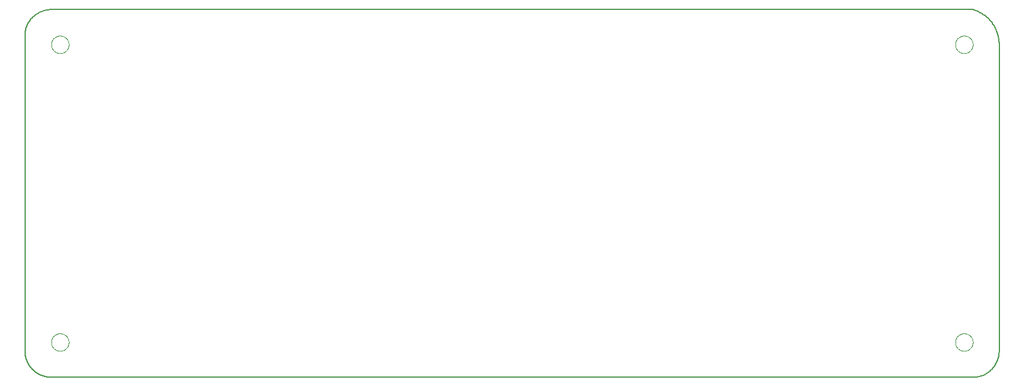
<source format=gbp>
G75*
%MOIN*%
%OFA0B0*%
%FSLAX25Y25*%
%IPPOS*%
%LPD*%
%AMOC8*
5,1,8,0,0,1.08239X$1,22.5*
%
%ADD10C,0.00000*%
%ADD11C,0.00600*%
D10*
X0019000Y0021300D02*
X0019002Y0021441D01*
X0019008Y0021582D01*
X0019018Y0021722D01*
X0019032Y0021862D01*
X0019050Y0022002D01*
X0019071Y0022141D01*
X0019097Y0022280D01*
X0019126Y0022418D01*
X0019160Y0022554D01*
X0019197Y0022690D01*
X0019238Y0022825D01*
X0019283Y0022959D01*
X0019332Y0023091D01*
X0019384Y0023222D01*
X0019440Y0023351D01*
X0019500Y0023478D01*
X0019563Y0023604D01*
X0019629Y0023728D01*
X0019700Y0023851D01*
X0019773Y0023971D01*
X0019850Y0024089D01*
X0019930Y0024205D01*
X0020014Y0024318D01*
X0020100Y0024429D01*
X0020190Y0024538D01*
X0020283Y0024644D01*
X0020378Y0024747D01*
X0020477Y0024848D01*
X0020578Y0024946D01*
X0020682Y0025041D01*
X0020789Y0025133D01*
X0020898Y0025222D01*
X0021010Y0025307D01*
X0021124Y0025390D01*
X0021240Y0025470D01*
X0021359Y0025546D01*
X0021480Y0025618D01*
X0021602Y0025688D01*
X0021727Y0025753D01*
X0021853Y0025816D01*
X0021981Y0025874D01*
X0022111Y0025929D01*
X0022242Y0025981D01*
X0022375Y0026028D01*
X0022509Y0026072D01*
X0022644Y0026113D01*
X0022780Y0026149D01*
X0022917Y0026181D01*
X0023055Y0026210D01*
X0023193Y0026235D01*
X0023333Y0026255D01*
X0023473Y0026272D01*
X0023613Y0026285D01*
X0023754Y0026294D01*
X0023894Y0026299D01*
X0024035Y0026300D01*
X0024176Y0026297D01*
X0024317Y0026290D01*
X0024457Y0026279D01*
X0024597Y0026264D01*
X0024737Y0026245D01*
X0024876Y0026223D01*
X0025014Y0026196D01*
X0025152Y0026166D01*
X0025288Y0026131D01*
X0025424Y0026093D01*
X0025558Y0026051D01*
X0025692Y0026005D01*
X0025824Y0025956D01*
X0025954Y0025902D01*
X0026083Y0025845D01*
X0026210Y0025785D01*
X0026336Y0025721D01*
X0026459Y0025653D01*
X0026581Y0025582D01*
X0026701Y0025508D01*
X0026818Y0025430D01*
X0026933Y0025349D01*
X0027046Y0025265D01*
X0027157Y0025178D01*
X0027265Y0025087D01*
X0027370Y0024994D01*
X0027473Y0024897D01*
X0027573Y0024798D01*
X0027670Y0024696D01*
X0027764Y0024591D01*
X0027855Y0024484D01*
X0027943Y0024374D01*
X0028028Y0024262D01*
X0028110Y0024147D01*
X0028189Y0024030D01*
X0028264Y0023911D01*
X0028336Y0023790D01*
X0028404Y0023667D01*
X0028469Y0023542D01*
X0028531Y0023415D01*
X0028588Y0023286D01*
X0028643Y0023156D01*
X0028693Y0023025D01*
X0028740Y0022892D01*
X0028783Y0022758D01*
X0028822Y0022622D01*
X0028857Y0022486D01*
X0028889Y0022349D01*
X0028916Y0022211D01*
X0028940Y0022072D01*
X0028960Y0021932D01*
X0028976Y0021792D01*
X0028988Y0021652D01*
X0028996Y0021511D01*
X0029000Y0021370D01*
X0029000Y0021230D01*
X0028996Y0021089D01*
X0028988Y0020948D01*
X0028976Y0020808D01*
X0028960Y0020668D01*
X0028940Y0020528D01*
X0028916Y0020389D01*
X0028889Y0020251D01*
X0028857Y0020114D01*
X0028822Y0019978D01*
X0028783Y0019842D01*
X0028740Y0019708D01*
X0028693Y0019575D01*
X0028643Y0019444D01*
X0028588Y0019314D01*
X0028531Y0019185D01*
X0028469Y0019058D01*
X0028404Y0018933D01*
X0028336Y0018810D01*
X0028264Y0018689D01*
X0028189Y0018570D01*
X0028110Y0018453D01*
X0028028Y0018338D01*
X0027943Y0018226D01*
X0027855Y0018116D01*
X0027764Y0018009D01*
X0027670Y0017904D01*
X0027573Y0017802D01*
X0027473Y0017703D01*
X0027370Y0017606D01*
X0027265Y0017513D01*
X0027157Y0017422D01*
X0027046Y0017335D01*
X0026933Y0017251D01*
X0026818Y0017170D01*
X0026701Y0017092D01*
X0026581Y0017018D01*
X0026459Y0016947D01*
X0026336Y0016879D01*
X0026210Y0016815D01*
X0026083Y0016755D01*
X0025954Y0016698D01*
X0025824Y0016644D01*
X0025692Y0016595D01*
X0025558Y0016549D01*
X0025424Y0016507D01*
X0025288Y0016469D01*
X0025152Y0016434D01*
X0025014Y0016404D01*
X0024876Y0016377D01*
X0024737Y0016355D01*
X0024597Y0016336D01*
X0024457Y0016321D01*
X0024317Y0016310D01*
X0024176Y0016303D01*
X0024035Y0016300D01*
X0023894Y0016301D01*
X0023754Y0016306D01*
X0023613Y0016315D01*
X0023473Y0016328D01*
X0023333Y0016345D01*
X0023193Y0016365D01*
X0023055Y0016390D01*
X0022917Y0016419D01*
X0022780Y0016451D01*
X0022644Y0016487D01*
X0022509Y0016528D01*
X0022375Y0016572D01*
X0022242Y0016619D01*
X0022111Y0016671D01*
X0021981Y0016726D01*
X0021853Y0016784D01*
X0021727Y0016847D01*
X0021602Y0016912D01*
X0021480Y0016982D01*
X0021359Y0017054D01*
X0021240Y0017130D01*
X0021124Y0017210D01*
X0021010Y0017293D01*
X0020898Y0017378D01*
X0020789Y0017467D01*
X0020682Y0017559D01*
X0020578Y0017654D01*
X0020477Y0017752D01*
X0020378Y0017853D01*
X0020283Y0017956D01*
X0020190Y0018062D01*
X0020100Y0018171D01*
X0020014Y0018282D01*
X0019930Y0018395D01*
X0019850Y0018511D01*
X0019773Y0018629D01*
X0019700Y0018749D01*
X0019629Y0018872D01*
X0019563Y0018996D01*
X0019500Y0019122D01*
X0019440Y0019249D01*
X0019384Y0019378D01*
X0019332Y0019509D01*
X0019283Y0019641D01*
X0019238Y0019775D01*
X0019197Y0019910D01*
X0019160Y0020046D01*
X0019126Y0020182D01*
X0019097Y0020320D01*
X0019071Y0020459D01*
X0019050Y0020598D01*
X0019032Y0020738D01*
X0019018Y0020878D01*
X0019008Y0021018D01*
X0019002Y0021159D01*
X0019000Y0021300D01*
X0019000Y0191300D02*
X0019002Y0191441D01*
X0019008Y0191582D01*
X0019018Y0191722D01*
X0019032Y0191862D01*
X0019050Y0192002D01*
X0019071Y0192141D01*
X0019097Y0192280D01*
X0019126Y0192418D01*
X0019160Y0192554D01*
X0019197Y0192690D01*
X0019238Y0192825D01*
X0019283Y0192959D01*
X0019332Y0193091D01*
X0019384Y0193222D01*
X0019440Y0193351D01*
X0019500Y0193478D01*
X0019563Y0193604D01*
X0019629Y0193728D01*
X0019700Y0193851D01*
X0019773Y0193971D01*
X0019850Y0194089D01*
X0019930Y0194205D01*
X0020014Y0194318D01*
X0020100Y0194429D01*
X0020190Y0194538D01*
X0020283Y0194644D01*
X0020378Y0194747D01*
X0020477Y0194848D01*
X0020578Y0194946D01*
X0020682Y0195041D01*
X0020789Y0195133D01*
X0020898Y0195222D01*
X0021010Y0195307D01*
X0021124Y0195390D01*
X0021240Y0195470D01*
X0021359Y0195546D01*
X0021480Y0195618D01*
X0021602Y0195688D01*
X0021727Y0195753D01*
X0021853Y0195816D01*
X0021981Y0195874D01*
X0022111Y0195929D01*
X0022242Y0195981D01*
X0022375Y0196028D01*
X0022509Y0196072D01*
X0022644Y0196113D01*
X0022780Y0196149D01*
X0022917Y0196181D01*
X0023055Y0196210D01*
X0023193Y0196235D01*
X0023333Y0196255D01*
X0023473Y0196272D01*
X0023613Y0196285D01*
X0023754Y0196294D01*
X0023894Y0196299D01*
X0024035Y0196300D01*
X0024176Y0196297D01*
X0024317Y0196290D01*
X0024457Y0196279D01*
X0024597Y0196264D01*
X0024737Y0196245D01*
X0024876Y0196223D01*
X0025014Y0196196D01*
X0025152Y0196166D01*
X0025288Y0196131D01*
X0025424Y0196093D01*
X0025558Y0196051D01*
X0025692Y0196005D01*
X0025824Y0195956D01*
X0025954Y0195902D01*
X0026083Y0195845D01*
X0026210Y0195785D01*
X0026336Y0195721D01*
X0026459Y0195653D01*
X0026581Y0195582D01*
X0026701Y0195508D01*
X0026818Y0195430D01*
X0026933Y0195349D01*
X0027046Y0195265D01*
X0027157Y0195178D01*
X0027265Y0195087D01*
X0027370Y0194994D01*
X0027473Y0194897D01*
X0027573Y0194798D01*
X0027670Y0194696D01*
X0027764Y0194591D01*
X0027855Y0194484D01*
X0027943Y0194374D01*
X0028028Y0194262D01*
X0028110Y0194147D01*
X0028189Y0194030D01*
X0028264Y0193911D01*
X0028336Y0193790D01*
X0028404Y0193667D01*
X0028469Y0193542D01*
X0028531Y0193415D01*
X0028588Y0193286D01*
X0028643Y0193156D01*
X0028693Y0193025D01*
X0028740Y0192892D01*
X0028783Y0192758D01*
X0028822Y0192622D01*
X0028857Y0192486D01*
X0028889Y0192349D01*
X0028916Y0192211D01*
X0028940Y0192072D01*
X0028960Y0191932D01*
X0028976Y0191792D01*
X0028988Y0191652D01*
X0028996Y0191511D01*
X0029000Y0191370D01*
X0029000Y0191230D01*
X0028996Y0191089D01*
X0028988Y0190948D01*
X0028976Y0190808D01*
X0028960Y0190668D01*
X0028940Y0190528D01*
X0028916Y0190389D01*
X0028889Y0190251D01*
X0028857Y0190114D01*
X0028822Y0189978D01*
X0028783Y0189842D01*
X0028740Y0189708D01*
X0028693Y0189575D01*
X0028643Y0189444D01*
X0028588Y0189314D01*
X0028531Y0189185D01*
X0028469Y0189058D01*
X0028404Y0188933D01*
X0028336Y0188810D01*
X0028264Y0188689D01*
X0028189Y0188570D01*
X0028110Y0188453D01*
X0028028Y0188338D01*
X0027943Y0188226D01*
X0027855Y0188116D01*
X0027764Y0188009D01*
X0027670Y0187904D01*
X0027573Y0187802D01*
X0027473Y0187703D01*
X0027370Y0187606D01*
X0027265Y0187513D01*
X0027157Y0187422D01*
X0027046Y0187335D01*
X0026933Y0187251D01*
X0026818Y0187170D01*
X0026701Y0187092D01*
X0026581Y0187018D01*
X0026459Y0186947D01*
X0026336Y0186879D01*
X0026210Y0186815D01*
X0026083Y0186755D01*
X0025954Y0186698D01*
X0025824Y0186644D01*
X0025692Y0186595D01*
X0025558Y0186549D01*
X0025424Y0186507D01*
X0025288Y0186469D01*
X0025152Y0186434D01*
X0025014Y0186404D01*
X0024876Y0186377D01*
X0024737Y0186355D01*
X0024597Y0186336D01*
X0024457Y0186321D01*
X0024317Y0186310D01*
X0024176Y0186303D01*
X0024035Y0186300D01*
X0023894Y0186301D01*
X0023754Y0186306D01*
X0023613Y0186315D01*
X0023473Y0186328D01*
X0023333Y0186345D01*
X0023193Y0186365D01*
X0023055Y0186390D01*
X0022917Y0186419D01*
X0022780Y0186451D01*
X0022644Y0186487D01*
X0022509Y0186528D01*
X0022375Y0186572D01*
X0022242Y0186619D01*
X0022111Y0186671D01*
X0021981Y0186726D01*
X0021853Y0186784D01*
X0021727Y0186847D01*
X0021602Y0186912D01*
X0021480Y0186982D01*
X0021359Y0187054D01*
X0021240Y0187130D01*
X0021124Y0187210D01*
X0021010Y0187293D01*
X0020898Y0187378D01*
X0020789Y0187467D01*
X0020682Y0187559D01*
X0020578Y0187654D01*
X0020477Y0187752D01*
X0020378Y0187853D01*
X0020283Y0187956D01*
X0020190Y0188062D01*
X0020100Y0188171D01*
X0020014Y0188282D01*
X0019930Y0188395D01*
X0019850Y0188511D01*
X0019773Y0188629D01*
X0019700Y0188749D01*
X0019629Y0188872D01*
X0019563Y0188996D01*
X0019500Y0189122D01*
X0019440Y0189249D01*
X0019384Y0189378D01*
X0019332Y0189509D01*
X0019283Y0189641D01*
X0019238Y0189775D01*
X0019197Y0189910D01*
X0019160Y0190046D01*
X0019126Y0190182D01*
X0019097Y0190320D01*
X0019071Y0190459D01*
X0019050Y0190598D01*
X0019032Y0190738D01*
X0019018Y0190878D01*
X0019008Y0191018D01*
X0019002Y0191159D01*
X0019000Y0191300D01*
X0534000Y0191300D02*
X0534002Y0191441D01*
X0534008Y0191582D01*
X0534018Y0191722D01*
X0534032Y0191862D01*
X0534050Y0192002D01*
X0534071Y0192141D01*
X0534097Y0192280D01*
X0534126Y0192418D01*
X0534160Y0192554D01*
X0534197Y0192690D01*
X0534238Y0192825D01*
X0534283Y0192959D01*
X0534332Y0193091D01*
X0534384Y0193222D01*
X0534440Y0193351D01*
X0534500Y0193478D01*
X0534563Y0193604D01*
X0534629Y0193728D01*
X0534700Y0193851D01*
X0534773Y0193971D01*
X0534850Y0194089D01*
X0534930Y0194205D01*
X0535014Y0194318D01*
X0535100Y0194429D01*
X0535190Y0194538D01*
X0535283Y0194644D01*
X0535378Y0194747D01*
X0535477Y0194848D01*
X0535578Y0194946D01*
X0535682Y0195041D01*
X0535789Y0195133D01*
X0535898Y0195222D01*
X0536010Y0195307D01*
X0536124Y0195390D01*
X0536240Y0195470D01*
X0536359Y0195546D01*
X0536480Y0195618D01*
X0536602Y0195688D01*
X0536727Y0195753D01*
X0536853Y0195816D01*
X0536981Y0195874D01*
X0537111Y0195929D01*
X0537242Y0195981D01*
X0537375Y0196028D01*
X0537509Y0196072D01*
X0537644Y0196113D01*
X0537780Y0196149D01*
X0537917Y0196181D01*
X0538055Y0196210D01*
X0538193Y0196235D01*
X0538333Y0196255D01*
X0538473Y0196272D01*
X0538613Y0196285D01*
X0538754Y0196294D01*
X0538894Y0196299D01*
X0539035Y0196300D01*
X0539176Y0196297D01*
X0539317Y0196290D01*
X0539457Y0196279D01*
X0539597Y0196264D01*
X0539737Y0196245D01*
X0539876Y0196223D01*
X0540014Y0196196D01*
X0540152Y0196166D01*
X0540288Y0196131D01*
X0540424Y0196093D01*
X0540558Y0196051D01*
X0540692Y0196005D01*
X0540824Y0195956D01*
X0540954Y0195902D01*
X0541083Y0195845D01*
X0541210Y0195785D01*
X0541336Y0195721D01*
X0541459Y0195653D01*
X0541581Y0195582D01*
X0541701Y0195508D01*
X0541818Y0195430D01*
X0541933Y0195349D01*
X0542046Y0195265D01*
X0542157Y0195178D01*
X0542265Y0195087D01*
X0542370Y0194994D01*
X0542473Y0194897D01*
X0542573Y0194798D01*
X0542670Y0194696D01*
X0542764Y0194591D01*
X0542855Y0194484D01*
X0542943Y0194374D01*
X0543028Y0194262D01*
X0543110Y0194147D01*
X0543189Y0194030D01*
X0543264Y0193911D01*
X0543336Y0193790D01*
X0543404Y0193667D01*
X0543469Y0193542D01*
X0543531Y0193415D01*
X0543588Y0193286D01*
X0543643Y0193156D01*
X0543693Y0193025D01*
X0543740Y0192892D01*
X0543783Y0192758D01*
X0543822Y0192622D01*
X0543857Y0192486D01*
X0543889Y0192349D01*
X0543916Y0192211D01*
X0543940Y0192072D01*
X0543960Y0191932D01*
X0543976Y0191792D01*
X0543988Y0191652D01*
X0543996Y0191511D01*
X0544000Y0191370D01*
X0544000Y0191230D01*
X0543996Y0191089D01*
X0543988Y0190948D01*
X0543976Y0190808D01*
X0543960Y0190668D01*
X0543940Y0190528D01*
X0543916Y0190389D01*
X0543889Y0190251D01*
X0543857Y0190114D01*
X0543822Y0189978D01*
X0543783Y0189842D01*
X0543740Y0189708D01*
X0543693Y0189575D01*
X0543643Y0189444D01*
X0543588Y0189314D01*
X0543531Y0189185D01*
X0543469Y0189058D01*
X0543404Y0188933D01*
X0543336Y0188810D01*
X0543264Y0188689D01*
X0543189Y0188570D01*
X0543110Y0188453D01*
X0543028Y0188338D01*
X0542943Y0188226D01*
X0542855Y0188116D01*
X0542764Y0188009D01*
X0542670Y0187904D01*
X0542573Y0187802D01*
X0542473Y0187703D01*
X0542370Y0187606D01*
X0542265Y0187513D01*
X0542157Y0187422D01*
X0542046Y0187335D01*
X0541933Y0187251D01*
X0541818Y0187170D01*
X0541701Y0187092D01*
X0541581Y0187018D01*
X0541459Y0186947D01*
X0541336Y0186879D01*
X0541210Y0186815D01*
X0541083Y0186755D01*
X0540954Y0186698D01*
X0540824Y0186644D01*
X0540692Y0186595D01*
X0540558Y0186549D01*
X0540424Y0186507D01*
X0540288Y0186469D01*
X0540152Y0186434D01*
X0540014Y0186404D01*
X0539876Y0186377D01*
X0539737Y0186355D01*
X0539597Y0186336D01*
X0539457Y0186321D01*
X0539317Y0186310D01*
X0539176Y0186303D01*
X0539035Y0186300D01*
X0538894Y0186301D01*
X0538754Y0186306D01*
X0538613Y0186315D01*
X0538473Y0186328D01*
X0538333Y0186345D01*
X0538193Y0186365D01*
X0538055Y0186390D01*
X0537917Y0186419D01*
X0537780Y0186451D01*
X0537644Y0186487D01*
X0537509Y0186528D01*
X0537375Y0186572D01*
X0537242Y0186619D01*
X0537111Y0186671D01*
X0536981Y0186726D01*
X0536853Y0186784D01*
X0536727Y0186847D01*
X0536602Y0186912D01*
X0536480Y0186982D01*
X0536359Y0187054D01*
X0536240Y0187130D01*
X0536124Y0187210D01*
X0536010Y0187293D01*
X0535898Y0187378D01*
X0535789Y0187467D01*
X0535682Y0187559D01*
X0535578Y0187654D01*
X0535477Y0187752D01*
X0535378Y0187853D01*
X0535283Y0187956D01*
X0535190Y0188062D01*
X0535100Y0188171D01*
X0535014Y0188282D01*
X0534930Y0188395D01*
X0534850Y0188511D01*
X0534773Y0188629D01*
X0534700Y0188749D01*
X0534629Y0188872D01*
X0534563Y0188996D01*
X0534500Y0189122D01*
X0534440Y0189249D01*
X0534384Y0189378D01*
X0534332Y0189509D01*
X0534283Y0189641D01*
X0534238Y0189775D01*
X0534197Y0189910D01*
X0534160Y0190046D01*
X0534126Y0190182D01*
X0534097Y0190320D01*
X0534071Y0190459D01*
X0534050Y0190598D01*
X0534032Y0190738D01*
X0534018Y0190878D01*
X0534008Y0191018D01*
X0534002Y0191159D01*
X0534000Y0191300D01*
X0534000Y0021300D02*
X0534002Y0021441D01*
X0534008Y0021582D01*
X0534018Y0021722D01*
X0534032Y0021862D01*
X0534050Y0022002D01*
X0534071Y0022141D01*
X0534097Y0022280D01*
X0534126Y0022418D01*
X0534160Y0022554D01*
X0534197Y0022690D01*
X0534238Y0022825D01*
X0534283Y0022959D01*
X0534332Y0023091D01*
X0534384Y0023222D01*
X0534440Y0023351D01*
X0534500Y0023478D01*
X0534563Y0023604D01*
X0534629Y0023728D01*
X0534700Y0023851D01*
X0534773Y0023971D01*
X0534850Y0024089D01*
X0534930Y0024205D01*
X0535014Y0024318D01*
X0535100Y0024429D01*
X0535190Y0024538D01*
X0535283Y0024644D01*
X0535378Y0024747D01*
X0535477Y0024848D01*
X0535578Y0024946D01*
X0535682Y0025041D01*
X0535789Y0025133D01*
X0535898Y0025222D01*
X0536010Y0025307D01*
X0536124Y0025390D01*
X0536240Y0025470D01*
X0536359Y0025546D01*
X0536480Y0025618D01*
X0536602Y0025688D01*
X0536727Y0025753D01*
X0536853Y0025816D01*
X0536981Y0025874D01*
X0537111Y0025929D01*
X0537242Y0025981D01*
X0537375Y0026028D01*
X0537509Y0026072D01*
X0537644Y0026113D01*
X0537780Y0026149D01*
X0537917Y0026181D01*
X0538055Y0026210D01*
X0538193Y0026235D01*
X0538333Y0026255D01*
X0538473Y0026272D01*
X0538613Y0026285D01*
X0538754Y0026294D01*
X0538894Y0026299D01*
X0539035Y0026300D01*
X0539176Y0026297D01*
X0539317Y0026290D01*
X0539457Y0026279D01*
X0539597Y0026264D01*
X0539737Y0026245D01*
X0539876Y0026223D01*
X0540014Y0026196D01*
X0540152Y0026166D01*
X0540288Y0026131D01*
X0540424Y0026093D01*
X0540558Y0026051D01*
X0540692Y0026005D01*
X0540824Y0025956D01*
X0540954Y0025902D01*
X0541083Y0025845D01*
X0541210Y0025785D01*
X0541336Y0025721D01*
X0541459Y0025653D01*
X0541581Y0025582D01*
X0541701Y0025508D01*
X0541818Y0025430D01*
X0541933Y0025349D01*
X0542046Y0025265D01*
X0542157Y0025178D01*
X0542265Y0025087D01*
X0542370Y0024994D01*
X0542473Y0024897D01*
X0542573Y0024798D01*
X0542670Y0024696D01*
X0542764Y0024591D01*
X0542855Y0024484D01*
X0542943Y0024374D01*
X0543028Y0024262D01*
X0543110Y0024147D01*
X0543189Y0024030D01*
X0543264Y0023911D01*
X0543336Y0023790D01*
X0543404Y0023667D01*
X0543469Y0023542D01*
X0543531Y0023415D01*
X0543588Y0023286D01*
X0543643Y0023156D01*
X0543693Y0023025D01*
X0543740Y0022892D01*
X0543783Y0022758D01*
X0543822Y0022622D01*
X0543857Y0022486D01*
X0543889Y0022349D01*
X0543916Y0022211D01*
X0543940Y0022072D01*
X0543960Y0021932D01*
X0543976Y0021792D01*
X0543988Y0021652D01*
X0543996Y0021511D01*
X0544000Y0021370D01*
X0544000Y0021230D01*
X0543996Y0021089D01*
X0543988Y0020948D01*
X0543976Y0020808D01*
X0543960Y0020668D01*
X0543940Y0020528D01*
X0543916Y0020389D01*
X0543889Y0020251D01*
X0543857Y0020114D01*
X0543822Y0019978D01*
X0543783Y0019842D01*
X0543740Y0019708D01*
X0543693Y0019575D01*
X0543643Y0019444D01*
X0543588Y0019314D01*
X0543531Y0019185D01*
X0543469Y0019058D01*
X0543404Y0018933D01*
X0543336Y0018810D01*
X0543264Y0018689D01*
X0543189Y0018570D01*
X0543110Y0018453D01*
X0543028Y0018338D01*
X0542943Y0018226D01*
X0542855Y0018116D01*
X0542764Y0018009D01*
X0542670Y0017904D01*
X0542573Y0017802D01*
X0542473Y0017703D01*
X0542370Y0017606D01*
X0542265Y0017513D01*
X0542157Y0017422D01*
X0542046Y0017335D01*
X0541933Y0017251D01*
X0541818Y0017170D01*
X0541701Y0017092D01*
X0541581Y0017018D01*
X0541459Y0016947D01*
X0541336Y0016879D01*
X0541210Y0016815D01*
X0541083Y0016755D01*
X0540954Y0016698D01*
X0540824Y0016644D01*
X0540692Y0016595D01*
X0540558Y0016549D01*
X0540424Y0016507D01*
X0540288Y0016469D01*
X0540152Y0016434D01*
X0540014Y0016404D01*
X0539876Y0016377D01*
X0539737Y0016355D01*
X0539597Y0016336D01*
X0539457Y0016321D01*
X0539317Y0016310D01*
X0539176Y0016303D01*
X0539035Y0016300D01*
X0538894Y0016301D01*
X0538754Y0016306D01*
X0538613Y0016315D01*
X0538473Y0016328D01*
X0538333Y0016345D01*
X0538193Y0016365D01*
X0538055Y0016390D01*
X0537917Y0016419D01*
X0537780Y0016451D01*
X0537644Y0016487D01*
X0537509Y0016528D01*
X0537375Y0016572D01*
X0537242Y0016619D01*
X0537111Y0016671D01*
X0536981Y0016726D01*
X0536853Y0016784D01*
X0536727Y0016847D01*
X0536602Y0016912D01*
X0536480Y0016982D01*
X0536359Y0017054D01*
X0536240Y0017130D01*
X0536124Y0017210D01*
X0536010Y0017293D01*
X0535898Y0017378D01*
X0535789Y0017467D01*
X0535682Y0017559D01*
X0535578Y0017654D01*
X0535477Y0017752D01*
X0535378Y0017853D01*
X0535283Y0017956D01*
X0535190Y0018062D01*
X0535100Y0018171D01*
X0535014Y0018282D01*
X0534930Y0018395D01*
X0534850Y0018511D01*
X0534773Y0018629D01*
X0534700Y0018749D01*
X0534629Y0018872D01*
X0534563Y0018996D01*
X0534500Y0019122D01*
X0534440Y0019249D01*
X0534384Y0019378D01*
X0534332Y0019509D01*
X0534283Y0019641D01*
X0534238Y0019775D01*
X0534197Y0019910D01*
X0534160Y0020046D01*
X0534126Y0020182D01*
X0534097Y0020320D01*
X0534071Y0020459D01*
X0534050Y0020598D01*
X0534032Y0020738D01*
X0534018Y0020878D01*
X0534008Y0021018D01*
X0534002Y0021159D01*
X0534000Y0021300D01*
D11*
X0544000Y0001300D02*
X0019000Y0001300D01*
X0018638Y0001304D01*
X0018275Y0001318D01*
X0017913Y0001339D01*
X0017552Y0001370D01*
X0017192Y0001409D01*
X0016833Y0001457D01*
X0016475Y0001514D01*
X0016118Y0001579D01*
X0015763Y0001653D01*
X0015410Y0001736D01*
X0015059Y0001827D01*
X0014711Y0001926D01*
X0014365Y0002034D01*
X0014021Y0002150D01*
X0013681Y0002275D01*
X0013344Y0002407D01*
X0013010Y0002548D01*
X0012679Y0002697D01*
X0012352Y0002854D01*
X0012029Y0003018D01*
X0011710Y0003190D01*
X0011396Y0003370D01*
X0011085Y0003558D01*
X0010780Y0003753D01*
X0010479Y0003955D01*
X0010183Y0004165D01*
X0009893Y0004381D01*
X0009607Y0004605D01*
X0009327Y0004835D01*
X0009053Y0005072D01*
X0008785Y0005316D01*
X0008522Y0005566D01*
X0008266Y0005822D01*
X0008016Y0006085D01*
X0007772Y0006353D01*
X0007535Y0006627D01*
X0007305Y0006907D01*
X0007081Y0007193D01*
X0006865Y0007483D01*
X0006655Y0007779D01*
X0006453Y0008080D01*
X0006258Y0008385D01*
X0006070Y0008696D01*
X0005890Y0009010D01*
X0005718Y0009329D01*
X0005554Y0009652D01*
X0005397Y0009979D01*
X0005248Y0010310D01*
X0005107Y0010644D01*
X0004975Y0010981D01*
X0004850Y0011321D01*
X0004734Y0011665D01*
X0004626Y0012011D01*
X0004527Y0012359D01*
X0004436Y0012710D01*
X0004353Y0013063D01*
X0004279Y0013418D01*
X0004214Y0013775D01*
X0004157Y0014133D01*
X0004109Y0014492D01*
X0004070Y0014852D01*
X0004039Y0015213D01*
X0004018Y0015575D01*
X0004004Y0015938D01*
X0004000Y0016300D01*
X0004000Y0196300D01*
X0004004Y0196662D01*
X0004018Y0197025D01*
X0004039Y0197387D01*
X0004070Y0197748D01*
X0004109Y0198108D01*
X0004157Y0198467D01*
X0004214Y0198825D01*
X0004279Y0199182D01*
X0004353Y0199537D01*
X0004436Y0199890D01*
X0004527Y0200241D01*
X0004626Y0200589D01*
X0004734Y0200935D01*
X0004850Y0201279D01*
X0004975Y0201619D01*
X0005107Y0201956D01*
X0005248Y0202290D01*
X0005397Y0202621D01*
X0005554Y0202948D01*
X0005718Y0203271D01*
X0005890Y0203590D01*
X0006070Y0203904D01*
X0006258Y0204215D01*
X0006453Y0204520D01*
X0006655Y0204821D01*
X0006865Y0205117D01*
X0007081Y0205407D01*
X0007305Y0205693D01*
X0007535Y0205973D01*
X0007772Y0206247D01*
X0008016Y0206515D01*
X0008266Y0206778D01*
X0008522Y0207034D01*
X0008785Y0207284D01*
X0009053Y0207528D01*
X0009327Y0207765D01*
X0009607Y0207995D01*
X0009893Y0208219D01*
X0010183Y0208435D01*
X0010479Y0208645D01*
X0010780Y0208847D01*
X0011085Y0209042D01*
X0011396Y0209230D01*
X0011710Y0209410D01*
X0012029Y0209582D01*
X0012352Y0209746D01*
X0012679Y0209903D01*
X0013010Y0210052D01*
X0013344Y0210193D01*
X0013681Y0210325D01*
X0014021Y0210450D01*
X0014365Y0210566D01*
X0014711Y0210674D01*
X0015059Y0210773D01*
X0015410Y0210864D01*
X0015763Y0210947D01*
X0016118Y0211021D01*
X0016475Y0211086D01*
X0016833Y0211143D01*
X0017192Y0211191D01*
X0017552Y0211230D01*
X0017913Y0211261D01*
X0018275Y0211282D01*
X0018638Y0211296D01*
X0019000Y0211300D01*
X0544000Y0211300D01*
X0544484Y0211152D01*
X0544964Y0210993D01*
X0545440Y0210822D01*
X0545912Y0210640D01*
X0546380Y0210446D01*
X0546842Y0210241D01*
X0547299Y0210025D01*
X0547751Y0209797D01*
X0548198Y0209559D01*
X0548638Y0209310D01*
X0549072Y0209051D01*
X0549500Y0208781D01*
X0549921Y0208500D01*
X0550335Y0208210D01*
X0550742Y0207909D01*
X0551142Y0207599D01*
X0551534Y0207279D01*
X0551918Y0206950D01*
X0552294Y0206612D01*
X0552661Y0206264D01*
X0553021Y0205908D01*
X0553371Y0205543D01*
X0553712Y0205169D01*
X0554044Y0204788D01*
X0554367Y0204398D01*
X0554680Y0204001D01*
X0554984Y0203597D01*
X0555278Y0203185D01*
X0555561Y0202766D01*
X0555834Y0202340D01*
X0556097Y0201908D01*
X0556349Y0201469D01*
X0556591Y0201025D01*
X0556822Y0200574D01*
X0557041Y0200119D01*
X0557250Y0199658D01*
X0557447Y0199192D01*
X0557633Y0198722D01*
X0557808Y0198247D01*
X0557971Y0197768D01*
X0558122Y0197285D01*
X0558261Y0196799D01*
X0558389Y0196309D01*
X0558504Y0195817D01*
X0558608Y0195322D01*
X0558700Y0194824D01*
X0558779Y0194325D01*
X0558847Y0193823D01*
X0558902Y0193320D01*
X0558945Y0192816D01*
X0558975Y0192311D01*
X0558994Y0191806D01*
X0559000Y0191300D01*
X0559000Y0016300D01*
X0558996Y0015938D01*
X0558982Y0015575D01*
X0558961Y0015213D01*
X0558930Y0014852D01*
X0558891Y0014492D01*
X0558843Y0014133D01*
X0558786Y0013775D01*
X0558721Y0013418D01*
X0558647Y0013063D01*
X0558564Y0012710D01*
X0558473Y0012359D01*
X0558374Y0012011D01*
X0558266Y0011665D01*
X0558150Y0011321D01*
X0558025Y0010981D01*
X0557893Y0010644D01*
X0557752Y0010310D01*
X0557603Y0009979D01*
X0557446Y0009652D01*
X0557282Y0009329D01*
X0557110Y0009010D01*
X0556930Y0008696D01*
X0556742Y0008385D01*
X0556547Y0008080D01*
X0556345Y0007779D01*
X0556135Y0007483D01*
X0555919Y0007193D01*
X0555695Y0006907D01*
X0555465Y0006627D01*
X0555228Y0006353D01*
X0554984Y0006085D01*
X0554734Y0005822D01*
X0554478Y0005566D01*
X0554215Y0005316D01*
X0553947Y0005072D01*
X0553673Y0004835D01*
X0553393Y0004605D01*
X0553107Y0004381D01*
X0552817Y0004165D01*
X0552521Y0003955D01*
X0552220Y0003753D01*
X0551915Y0003558D01*
X0551604Y0003370D01*
X0551290Y0003190D01*
X0550971Y0003018D01*
X0550648Y0002854D01*
X0550321Y0002697D01*
X0549990Y0002548D01*
X0549656Y0002407D01*
X0549319Y0002275D01*
X0548979Y0002150D01*
X0548635Y0002034D01*
X0548289Y0001926D01*
X0547941Y0001827D01*
X0547590Y0001736D01*
X0547237Y0001653D01*
X0546882Y0001579D01*
X0546525Y0001514D01*
X0546167Y0001457D01*
X0545808Y0001409D01*
X0545448Y0001370D01*
X0545087Y0001339D01*
X0544725Y0001318D01*
X0544362Y0001304D01*
X0544000Y0001300D01*
M02*

</source>
